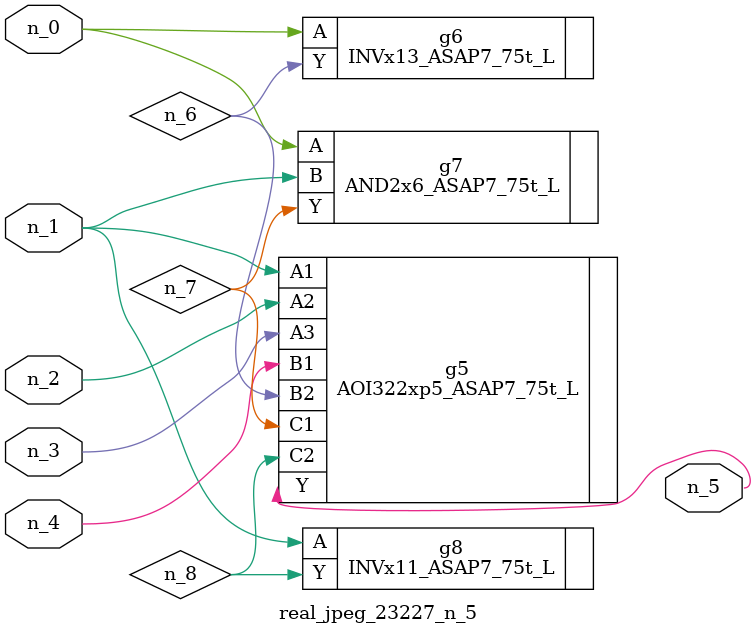
<source format=v>
module real_jpeg_23227_n_5 (n_4, n_0, n_1, n_2, n_3, n_5);

input n_4;
input n_0;
input n_1;
input n_2;
input n_3;

output n_5;

wire n_8;
wire n_6;
wire n_7;

INVx13_ASAP7_75t_L g6 ( 
.A(n_0),
.Y(n_6)
);

AND2x6_ASAP7_75t_L g7 ( 
.A(n_0),
.B(n_1),
.Y(n_7)
);

AOI322xp5_ASAP7_75t_L g5 ( 
.A1(n_1),
.A2(n_2),
.A3(n_3),
.B1(n_4),
.B2(n_6),
.C1(n_7),
.C2(n_8),
.Y(n_5)
);

INVx11_ASAP7_75t_L g8 ( 
.A(n_1),
.Y(n_8)
);


endmodule
</source>
